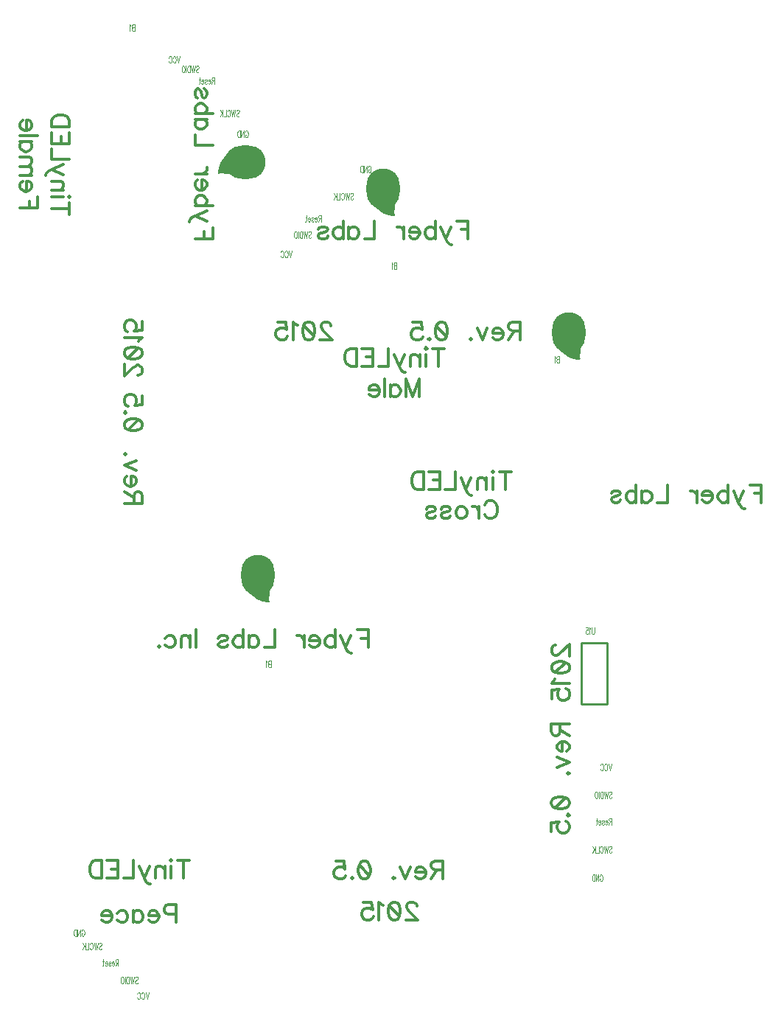
<source format=gbo>
G04 DipTrace 2.4.0.2*
%INfemalemalecrosspeace.gbo*%
%MOMM*%
%ADD10C,0.25*%
%ADD45O,4.663X3.825*%
%ADD54O,3.825X4.663*%
%ADD85C,0.118*%
%ADD86C,0.314*%
%FSLAX53Y53*%
G04*
G71*
G90*
G75*
G01*
%LNBotSilk*%
%LPD*%
X36597Y113160D2*
D10*
G02X39947Y116184I3237J-218D01*
G01*
D45*
X39653Y114397D3*
G36*
X36672Y113110D2*
X38722Y112959D1*
X39297Y115909D1*
X37372Y115010D1*
X36847Y114060D1*
D1*
X36672Y113110D1*
G37*
X56714Y108317D2*
D10*
G02X53689Y111667I218J3237D01*
G01*
D54*
X55476Y111373D3*
G36*
X56764Y108391D2*
X56914Y110441D1*
X53964Y111016D1*
X54864Y109091D1*
X55814Y108566D1*
D1*
X56764Y108391D1*
G37*
X78214Y52185D2*
D10*
X81214D1*
Y59185D1*
X78214D1*
Y52185D1*
X78003Y91804D2*
G02X74979Y95154I218J3237D01*
G01*
D54*
X76766Y94860D3*
G36*
X78053Y91878D2*
X78204Y93929D1*
X75254Y94504D1*
X76153Y92578D1*
X77104Y92053D1*
D1*
X78053Y91878D1*
G37*
X42283Y63958D2*
D10*
G02X39259Y67308I218J3237D01*
G01*
D54*
X41046Y67014D3*
G36*
X42333Y64032D2*
X42484Y66082D1*
X39534Y66657D1*
X40433Y64732D1*
X41383Y64207D1*
D1*
X42333Y64032D1*
G37*
X26897Y130213D2*
D85*
Y129447D1*
X26700D1*
X26634Y129484D1*
X26613Y129520D1*
X26591Y129593D1*
Y129702D1*
X26613Y129776D1*
X26634Y129812D1*
X26700Y129848D1*
X26634Y129885D1*
X26613Y129921D1*
X26591Y129994D1*
Y130067D1*
X26613Y130139D1*
X26634Y130176D1*
X26700Y130213D1*
X26897D1*
Y129848D2*
X26700D1*
X26450Y130066D2*
X26406Y130103D1*
X26340Y130212D1*
Y129447D1*
X32118Y126554D2*
X31943Y125788D1*
X31768Y126554D1*
X31299Y126372D2*
X31321Y126444D1*
X31365Y126517D1*
X31408Y126554D1*
X31495D1*
X31539Y126517D1*
X31583Y126444D1*
X31605Y126372D1*
X31627Y126262D1*
Y126079D1*
X31605Y125971D1*
X31583Y125897D1*
X31539Y125825D1*
X31495Y125788D1*
X31408D1*
X31365Y125825D1*
X31321Y125897D1*
X31299Y125971D1*
X30830Y126372D2*
X30851Y126444D1*
X30895Y126517D1*
X30939Y126554D1*
X31026D1*
X31070Y126517D1*
X31114Y126444D1*
X31136Y126372D1*
X31158Y126262D1*
Y126079D1*
X31136Y125971D1*
X31114Y125897D1*
X31070Y125825D1*
X31026Y125788D1*
X30939D1*
X30895Y125825D1*
X30851Y125897D1*
X30830Y125971D1*
X33963Y125341D2*
X34006Y125414D1*
X34072Y125450D1*
X34159D1*
X34225Y125414D1*
X34269Y125341D1*
Y125269D1*
X34247Y125195D1*
X34225Y125159D1*
X34182Y125123D1*
X34050Y125050D1*
X34006Y125013D1*
X33984Y124976D1*
X33963Y124904D1*
Y124794D1*
X34006Y124722D1*
X34072Y124685D1*
X34159D1*
X34225Y124722D1*
X34269Y124794D1*
X33822Y125450D2*
X33712Y124685D1*
X33603Y125450D1*
X33494Y124685D1*
X33384Y125450D1*
X33243D2*
Y124685D1*
X33090D1*
X33024Y124722D1*
X32980Y124794D1*
X32958Y124868D1*
X32936Y124976D1*
Y125159D1*
X32958Y125269D1*
X32980Y125341D1*
X33024Y125414D1*
X33090Y125450D1*
X33243D1*
X32795D2*
Y124685D1*
X32523Y125450D2*
X32567Y125414D1*
X32610Y125341D1*
X32632Y125269D1*
X32654Y125159D1*
Y124976D1*
X32632Y124868D1*
X32610Y124794D1*
X32567Y124722D1*
X32523Y124685D1*
X32435D1*
X32392Y124722D1*
X32348Y124794D1*
X32326Y124868D1*
X32304Y124976D1*
Y125159D1*
X32326Y125269D1*
X32348Y125341D1*
X32392Y125414D1*
X32435Y125450D1*
X32523D1*
X36059Y123785D2*
X35863D1*
X35797Y123822D1*
X35775Y123858D1*
X35753Y123931D1*
Y124004D1*
X35775Y124077D1*
X35797Y124114D1*
X35863Y124150D1*
X36059D1*
Y123384D1*
X35906Y123785D2*
X35753Y123384D1*
X35612Y123676D2*
X35350D1*
Y123749D1*
X35371Y123822D1*
X35393Y123858D1*
X35437Y123895D1*
X35503D1*
X35546Y123858D1*
X35590Y123785D1*
X35612Y123676D1*
Y123603D1*
X35590Y123494D1*
X35546Y123421D1*
X35503Y123384D1*
X35437D1*
X35393Y123421D1*
X35350Y123494D1*
X34968Y123785D2*
X34990Y123858D1*
X35055Y123895D1*
X35121D1*
X35187Y123858D1*
X35208Y123785D1*
X35187Y123713D1*
X35143Y123676D1*
X35034Y123639D1*
X34990Y123603D1*
X34968Y123530D1*
Y123494D1*
X34990Y123421D1*
X35055Y123384D1*
X35121D1*
X35187Y123421D1*
X35208Y123494D1*
X34827Y123676D2*
X34564D1*
Y123749D1*
X34586Y123822D1*
X34608Y123858D1*
X34652Y123895D1*
X34718D1*
X34761Y123858D1*
X34805Y123785D1*
X34827Y123676D1*
Y123603D1*
X34805Y123494D1*
X34761Y123421D1*
X34718Y123384D1*
X34652D1*
X34608Y123421D1*
X34564Y123494D1*
X34358Y124150D2*
Y123530D1*
X34336Y123421D1*
X34292Y123384D1*
X34248D1*
X34423Y123895D2*
X34270D1*
X38602Y120281D2*
X38646Y120354D1*
X38711Y120390D1*
X38799D1*
X38865Y120354D1*
X38909Y120281D1*
Y120208D1*
X38886Y120135D1*
X38865Y120099D1*
X38821Y120063D1*
X38690Y119989D1*
X38646Y119953D1*
X38624Y119916D1*
X38602Y119844D1*
Y119734D1*
X38646Y119662D1*
X38711Y119625D1*
X38799D1*
X38865Y119662D1*
X38909Y119734D1*
X38461Y120390D2*
X38351Y119625D1*
X38242Y120390D1*
X38133Y119625D1*
X38023Y120390D1*
X37554Y120208D2*
X37576Y120281D1*
X37620Y120354D1*
X37663Y120390D1*
X37751D1*
X37795Y120354D1*
X37838Y120281D1*
X37861Y120208D1*
X37882Y120099D1*
Y119916D1*
X37861Y119807D1*
X37838Y119734D1*
X37795Y119662D1*
X37751Y119625D1*
X37663D1*
X37620Y119662D1*
X37576Y119734D1*
X37554Y119807D1*
X37413Y120390D2*
Y119625D1*
X37151D1*
X37010Y120390D2*
Y119625D1*
X36703Y120390D2*
X37010Y119880D1*
X36900Y120063D2*
X36703Y119625D1*
X39592Y117832D2*
X39614Y117904D1*
X39658Y117978D1*
X39701Y118014D1*
X39789D1*
X39832Y117978D1*
X39876Y117904D1*
X39898Y117832D1*
X39920Y117722D1*
Y117540D1*
X39898Y117431D1*
X39876Y117358D1*
X39832Y117285D1*
X39789Y117248D1*
X39701D1*
X39658Y117285D1*
X39614Y117358D1*
X39592Y117431D1*
Y117540D1*
X39701D1*
X39144Y118014D2*
Y117248D1*
X39451Y118014D1*
Y117248D1*
X39003Y118014D2*
Y117248D1*
X38850D1*
X38784Y117285D1*
X38741Y117358D1*
X38719Y117431D1*
X38697Y117540D1*
Y117722D1*
X38719Y117832D1*
X38741Y117904D1*
X38784Y117978D1*
X38850Y118014D1*
X39003D1*
X56995Y102888D2*
Y102123D1*
X56798D1*
X56732Y102160D1*
X56710Y102196D1*
X56689Y102268D1*
Y102378D1*
X56710Y102451D1*
X56732Y102487D1*
X56798Y102524D1*
X56732Y102561D1*
X56710Y102597D1*
X56689Y102669D1*
Y102743D1*
X56710Y102815D1*
X56732Y102852D1*
X56798Y102888D1*
X56995D1*
Y102524D2*
X56798D1*
X56548Y102742D2*
X56504Y102779D1*
X56438Y102887D1*
Y102123D1*
X44983Y104226D2*
X44808Y103461D1*
X44633Y104226D1*
X44164Y104044D2*
X44185Y104117D1*
X44229Y104190D1*
X44273Y104226D1*
X44360D1*
X44404Y104190D1*
X44448Y104117D1*
X44470Y104044D1*
X44492Y103935D1*
Y103752D1*
X44470Y103643D1*
X44448Y103570D1*
X44404Y103498D1*
X44360Y103461D1*
X44273D1*
X44229Y103498D1*
X44185Y103570D1*
X44164Y103643D1*
X43694Y104044D2*
X43716Y104117D1*
X43760Y104190D1*
X43804Y104226D1*
X43891D1*
X43935Y104190D1*
X43978Y104117D1*
X44001Y104044D1*
X44022Y103935D1*
Y103752D1*
X44001Y103643D1*
X43978Y103570D1*
X43935Y103498D1*
X43891Y103461D1*
X43804D1*
X43760Y103498D1*
X43716Y103570D1*
X43694Y103643D1*
X46879Y106347D2*
X46923Y106420D1*
X46988Y106456D1*
X47076D1*
X47141Y106420D1*
X47185Y106347D1*
Y106274D1*
X47163Y106201D1*
X47141Y106165D1*
X47098Y106129D1*
X46967Y106055D1*
X46923Y106019D1*
X46901Y105982D1*
X46879Y105910D1*
Y105800D1*
X46923Y105728D1*
X46988Y105691D1*
X47076D1*
X47141Y105728D1*
X47185Y105800D1*
X46738Y106456D2*
X46628Y105691D1*
X46519Y106456D1*
X46410Y105691D1*
X46300Y106456D1*
X46159D2*
Y105691D1*
X46006D1*
X45940Y105728D1*
X45896Y105800D1*
X45875Y105873D1*
X45853Y105982D1*
Y106165D1*
X45875Y106274D1*
X45896Y106347D1*
X45940Y106420D1*
X46006Y106456D1*
X46159D1*
X45712D2*
Y105691D1*
X45439Y106456D2*
X45483Y106420D1*
X45527Y106347D1*
X45549Y106274D1*
X45570Y106165D1*
Y105982D1*
X45549Y105873D1*
X45527Y105800D1*
X45483Y105728D1*
X45439Y105691D1*
X45352D1*
X45308Y105728D1*
X45264Y105800D1*
X45242Y105873D1*
X45221Y105982D1*
Y106165D1*
X45242Y106274D1*
X45264Y106347D1*
X45308Y106420D1*
X45352Y106456D1*
X45439D1*
X48322Y107961D2*
X48125D1*
X48059Y107998D1*
X48037Y108034D1*
X48015Y108106D1*
Y108180D1*
X48037Y108252D1*
X48059Y108289D1*
X48125Y108325D1*
X48322D1*
Y107560D1*
X48169Y107961D2*
X48015Y107560D1*
X47874Y107851D2*
X47612D1*
Y107924D1*
X47634Y107998D1*
X47655Y108034D1*
X47699Y108070D1*
X47765D1*
X47809Y108034D1*
X47852Y107961D1*
X47874Y107851D1*
Y107779D1*
X47852Y107669D1*
X47809Y107597D1*
X47765Y107560D1*
X47699D1*
X47655Y107597D1*
X47612Y107669D1*
X47230Y107961D2*
X47252Y108034D1*
X47318Y108070D1*
X47383D1*
X47449Y108034D1*
X47471Y107961D1*
X47449Y107888D1*
X47405Y107851D1*
X47296Y107815D1*
X47252Y107779D1*
X47230Y107705D1*
Y107669D1*
X47252Y107597D1*
X47318Y107560D1*
X47383D1*
X47449Y107597D1*
X47471Y107669D1*
X47089Y107851D2*
X46827D1*
Y107924D1*
X46848Y107998D1*
X46870Y108034D1*
X46914Y108070D1*
X46980D1*
X47023Y108034D1*
X47067Y107961D1*
X47089Y107851D1*
Y107779D1*
X47067Y107669D1*
X47023Y107597D1*
X46980Y107560D1*
X46914D1*
X46870Y107597D1*
X46827Y107669D1*
X46620Y108325D2*
Y107705D1*
X46598Y107597D1*
X46554Y107560D1*
X46511D1*
X46686Y108070D2*
X46532D1*
X51687Y110752D2*
X51730Y110825D1*
X51796Y110862D1*
X51883D1*
X51949Y110825D1*
X51993Y110752D1*
Y110680D1*
X51971Y110606D1*
X51949Y110570D1*
X51905Y110534D1*
X51774Y110461D1*
X51730Y110424D1*
X51708Y110387D1*
X51687Y110315D1*
Y110205D1*
X51730Y110133D1*
X51796Y110096D1*
X51883D1*
X51949Y110133D1*
X51993Y110205D1*
X51545Y110862D2*
X51436Y110096D1*
X51327Y110862D1*
X51217Y110096D1*
X51108Y110862D1*
X50639Y110680D2*
X50660Y110752D1*
X50704Y110825D1*
X50748Y110862D1*
X50835D1*
X50879Y110825D1*
X50923Y110752D1*
X50945Y110680D1*
X50967Y110570D1*
Y110387D1*
X50945Y110279D1*
X50923Y110205D1*
X50879Y110133D1*
X50835Y110096D1*
X50748D1*
X50704Y110133D1*
X50660Y110205D1*
X50639Y110279D1*
X50497Y110862D2*
Y110096D1*
X50235D1*
X50094Y110862D2*
Y110096D1*
X49788Y110862D2*
X50094Y110351D1*
X49985Y110534D2*
X49788Y110096D1*
X53721Y113802D2*
X53743Y113875D1*
X53787Y113948D1*
X53830Y113984D1*
X53917D1*
X53961Y113948D1*
X54005Y113875D1*
X54027Y113802D1*
X54049Y113693D1*
Y113510D1*
X54027Y113402D1*
X54005Y113328D1*
X53961Y113256D1*
X53917Y113219D1*
X53830D1*
X53787Y113256D1*
X53743Y113328D1*
X53721Y113402D1*
Y113510D1*
X53830D1*
X53273Y113984D2*
Y113219D1*
X53580Y113984D1*
Y113219D1*
X53132Y113984D2*
Y113219D1*
X52979D1*
X52913Y113256D1*
X52869Y113328D1*
X52848Y113402D1*
X52826Y113510D1*
Y113693D1*
X52848Y113802D1*
X52869Y113875D1*
X52913Y113948D1*
X52979Y113984D1*
X53132D1*
X75696Y92120D2*
Y91354D1*
X75499D1*
X75433Y91391D1*
X75412Y91428D1*
X75390Y91500D1*
Y91609D1*
X75412Y91683D1*
X75433Y91719D1*
X75499Y91755D1*
X75433Y91792D1*
X75412Y91828D1*
X75390Y91901D1*
Y91974D1*
X75412Y92047D1*
X75433Y92084D1*
X75499Y92120D1*
X75696D1*
Y91755D2*
X75499D1*
X75249Y91973D2*
X75205Y92010D1*
X75139Y92119D1*
Y91354D1*
X79716Y60951D2*
Y60404D1*
X79695Y60294D1*
X79651Y60222D1*
X79585Y60185D1*
X79542D1*
X79476Y60222D1*
X79432Y60294D1*
X79410Y60404D1*
Y60951D1*
X79269Y60804D2*
X79225Y60841D1*
X79159Y60950D1*
Y60185D1*
X78756Y60950D2*
X78974D1*
X78996Y60622D1*
X78974Y60658D1*
X78908Y60695D1*
X78843D1*
X78778Y60658D1*
X78734Y60586D1*
X78712Y60476D1*
Y60404D1*
X78734Y60294D1*
X78778Y60221D1*
X78843Y60185D1*
X78908D1*
X78974Y60221D1*
X78996Y60258D1*
X79018Y60331D1*
X81701Y45308D2*
X81526Y44543D1*
X81351Y45308D1*
X80882Y45126D2*
X80904Y45199D1*
X80948Y45272D1*
X80991Y45308D1*
X81079D1*
X81123Y45272D1*
X81166Y45199D1*
X81188Y45126D1*
X81210Y45017D1*
Y44834D1*
X81188Y44725D1*
X81166Y44652D1*
X81123Y44580D1*
X81079Y44543D1*
X80991D1*
X80948Y44580D1*
X80904Y44652D1*
X80882Y44725D1*
X80413Y45126D2*
X80435Y45199D1*
X80478Y45272D1*
X80522Y45308D1*
X80609D1*
X80653Y45272D1*
X80697Y45199D1*
X80719Y45126D1*
X80741Y45017D1*
Y44834D1*
X80719Y44725D1*
X80697Y44652D1*
X80653Y44580D1*
X80609Y44543D1*
X80522D1*
X80478Y44580D1*
X80435Y44652D1*
X80413Y44725D1*
X81418Y42021D2*
X81462Y42095D1*
X81528Y42131D1*
X81615D1*
X81681Y42095D1*
X81725Y42021D1*
Y41949D1*
X81702Y41876D1*
X81681Y41839D1*
X81637Y41803D1*
X81506Y41730D1*
X81462Y41694D1*
X81440Y41657D1*
X81418Y41584D1*
Y41475D1*
X81462Y41402D1*
X81528Y41365D1*
X81615D1*
X81681Y41402D1*
X81725Y41475D1*
X81277Y42131D2*
X81168Y41365D1*
X81058Y42131D1*
X80949Y41365D1*
X80840Y42131D1*
X80698D2*
Y41365D1*
X80545D1*
X80480Y41402D1*
X80436Y41475D1*
X80414Y41548D1*
X80392Y41657D1*
Y41839D1*
X80414Y41949D1*
X80436Y42021D1*
X80480Y42095D1*
X80545Y42131D1*
X80698D1*
X80251D2*
Y41365D1*
X79978Y42131D2*
X80022Y42095D1*
X80066Y42021D1*
X80088Y41949D1*
X80110Y41839D1*
Y41657D1*
X80088Y41548D1*
X80066Y41475D1*
X80022Y41402D1*
X79978Y41365D1*
X79891D1*
X79847Y41402D1*
X79804Y41475D1*
X79782Y41548D1*
X79760Y41657D1*
Y41839D1*
X79782Y41949D1*
X79804Y42021D1*
X79847Y42095D1*
X79891Y42131D1*
X79978D1*
X81696Y38711D2*
X81500D1*
X81434Y38748D1*
X81412Y38784D1*
X81390Y38857D1*
Y38930D1*
X81412Y39002D1*
X81434Y39040D1*
X81500Y39076D1*
X81696D1*
Y38310D1*
X81543Y38711D2*
X81390Y38310D1*
X81249Y38602D2*
X80987D1*
Y38675D1*
X81008Y38748D1*
X81030Y38784D1*
X81074Y38821D1*
X81140D1*
X81183Y38784D1*
X81227Y38711D1*
X81249Y38602D1*
Y38529D1*
X81227Y38420D1*
X81183Y38347D1*
X81140Y38310D1*
X81074D1*
X81030Y38347D1*
X80987Y38420D1*
X80605Y38711D2*
X80627Y38784D1*
X80692Y38821D1*
X80758D1*
X80824Y38784D1*
X80845Y38711D1*
X80824Y38639D1*
X80780Y38602D1*
X80670Y38565D1*
X80627Y38529D1*
X80605Y38456D1*
Y38420D1*
X80627Y38347D1*
X80692Y38310D1*
X80758D1*
X80824Y38347D1*
X80845Y38420D1*
X80464Y38602D2*
X80201D1*
Y38675D1*
X80223Y38748D1*
X80245Y38784D1*
X80289Y38821D1*
X80354D1*
X80398Y38784D1*
X80442Y38711D1*
X80464Y38602D1*
Y38529D1*
X80442Y38420D1*
X80398Y38347D1*
X80354Y38310D1*
X80289D1*
X80245Y38347D1*
X80201Y38420D1*
X79994Y39076D2*
Y38456D1*
X79973Y38347D1*
X79929Y38310D1*
X79885D1*
X80060Y38821D2*
X79907D1*
X81414Y35749D2*
X81458Y35822D1*
X81523Y35858D1*
X81611D1*
X81676Y35822D1*
X81720Y35749D1*
Y35676D1*
X81698Y35603D1*
X81676Y35567D1*
X81633Y35531D1*
X81501Y35457D1*
X81458Y35421D1*
X81436Y35384D1*
X81414Y35312D1*
Y35202D1*
X81458Y35130D1*
X81523Y35093D1*
X81611D1*
X81676Y35130D1*
X81720Y35202D1*
X81273Y35858D2*
X81163Y35093D1*
X81054Y35858D1*
X80945Y35093D1*
X80835Y35858D1*
X80366Y35676D2*
X80388Y35749D1*
X80432Y35822D1*
X80475Y35858D1*
X80563D1*
X80607Y35822D1*
X80650Y35749D1*
X80672Y35676D1*
X80694Y35567D1*
Y35384D1*
X80672Y35275D1*
X80650Y35202D1*
X80607Y35130D1*
X80563Y35093D1*
X80475D1*
X80432Y35130D1*
X80388Y35202D1*
X80366Y35275D1*
X80225Y35858D2*
Y35093D1*
X79963D1*
X79821Y35858D2*
Y35093D1*
X79515Y35858D2*
X79821Y35348D1*
X79712Y35531D2*
X79515Y35093D1*
X80353Y32388D2*
X80375Y32460D1*
X80419Y32534D1*
X80462Y32570D1*
X80550D1*
X80594Y32534D1*
X80637Y32460D1*
X80659Y32388D1*
X80681Y32279D1*
Y32096D1*
X80659Y31987D1*
X80637Y31914D1*
X80594Y31841D1*
X80550Y31804D1*
X80462D1*
X80419Y31841D1*
X80375Y31914D1*
X80353Y31987D1*
Y32096D1*
X80462D1*
X79906Y32570D2*
Y31804D1*
X80212Y32570D1*
Y31804D1*
X79765Y32570D2*
Y31804D1*
X79611D1*
X79546Y31841D1*
X79502Y31914D1*
X79480Y31987D1*
X79458Y32096D1*
Y32279D1*
X79480Y32388D1*
X79502Y32460D1*
X79546Y32534D1*
X79611Y32570D1*
X79765D1*
X42562Y57140D2*
Y56374D1*
X42365D1*
X42299Y56412D1*
X42277Y56448D1*
X42256Y56520D1*
Y56630D1*
X42277Y56703D1*
X42299Y56739D1*
X42365Y56775D1*
X42299Y56812D1*
X42277Y56849D1*
X42256Y56921D1*
Y56994D1*
X42277Y57067D1*
X42299Y57104D1*
X42365Y57140D1*
X42562D1*
Y56775D2*
X42365D1*
X42114Y56994D2*
X42071Y57031D1*
X42005Y57139D1*
Y56374D1*
X28499Y19046D2*
X28325Y18281D1*
X28150Y19046D1*
X27681Y18864D2*
X27702Y18937D1*
X27746Y19010D1*
X27790Y19046D1*
X27877D1*
X27921Y19010D1*
X27965Y18937D1*
X27987Y18864D1*
X28009Y18755D1*
Y18572D1*
X27987Y18463D1*
X27965Y18390D1*
X27921Y18318D1*
X27877Y18281D1*
X27790D1*
X27746Y18318D1*
X27702Y18390D1*
X27681Y18463D1*
X27211Y18864D2*
X27233Y18937D1*
X27277Y19010D1*
X27321Y19046D1*
X27408D1*
X27452Y19010D1*
X27495Y18937D1*
X27518Y18864D1*
X27539Y18755D1*
Y18572D1*
X27518Y18463D1*
X27495Y18390D1*
X27452Y18318D1*
X27408Y18281D1*
X27321D1*
X27277Y18318D1*
X27233Y18390D1*
X27211Y18463D1*
X26957Y20728D2*
X27000Y20801D1*
X27066Y20838D1*
X27153D1*
X27219Y20801D1*
X27263Y20728D1*
Y20656D1*
X27241Y20582D1*
X27219Y20546D1*
X27176Y20510D1*
X27044Y20437D1*
X27000Y20401D1*
X26978Y20363D1*
X26957Y20291D1*
Y20182D1*
X27000Y20109D1*
X27066Y20072D1*
X27153D1*
X27219Y20109D1*
X27263Y20182D1*
X26816Y20838D2*
X26706Y20072D1*
X26597Y20838D1*
X26488Y20072D1*
X26378Y20838D1*
X26237D2*
Y20072D1*
X26084D1*
X26018Y20109D1*
X25974Y20182D1*
X25952Y20255D1*
X25930Y20363D1*
Y20546D1*
X25952Y20656D1*
X25974Y20728D1*
X26018Y20801D1*
X26084Y20838D1*
X26237D1*
X25789D2*
Y20072D1*
X25517Y20838D2*
X25561Y20801D1*
X25604Y20728D1*
X25626Y20656D1*
X25648Y20546D1*
Y20363D1*
X25626Y20255D1*
X25604Y20182D1*
X25561Y20109D1*
X25517Y20072D1*
X25429D1*
X25386Y20109D1*
X25342Y20182D1*
X25320Y20255D1*
X25298Y20363D1*
Y20546D1*
X25320Y20656D1*
X25342Y20728D1*
X25386Y20801D1*
X25429Y20838D1*
X25517D1*
X25011Y22468D2*
X24814D1*
X24749Y22505D1*
X24726Y22541D1*
X24705Y22613D1*
Y22687D1*
X24726Y22759D1*
X24749Y22796D1*
X24814Y22832D1*
X25011D1*
Y22067D1*
X24858Y22468D2*
X24705Y22067D1*
X24564Y22358D2*
X24301D1*
Y22431D1*
X24323Y22505D1*
X24345Y22541D1*
X24389Y22577D1*
X24454D1*
X24498Y22541D1*
X24542Y22468D1*
X24564Y22358D1*
Y22286D1*
X24542Y22176D1*
X24498Y22104D1*
X24454Y22067D1*
X24389D1*
X24345Y22104D1*
X24301Y22176D1*
X23920Y22468D2*
X23941Y22541D1*
X24007Y22577D1*
X24073D1*
X24138Y22541D1*
X24160Y22468D1*
X24138Y22395D1*
X24094Y22358D1*
X23985Y22322D1*
X23941Y22286D1*
X23920Y22212D1*
Y22176D1*
X23941Y22104D1*
X24007Y22067D1*
X24073D1*
X24138Y22104D1*
X24160Y22176D1*
X23778Y22358D2*
X23516D1*
Y22431D1*
X23538Y22505D1*
X23560Y22541D1*
X23604Y22577D1*
X23669D1*
X23713Y22541D1*
X23757Y22468D1*
X23778Y22358D1*
Y22286D1*
X23757Y22176D1*
X23713Y22104D1*
X23669Y22067D1*
X23604D1*
X23560Y22104D1*
X23516Y22176D1*
X23309Y22832D2*
Y22212D1*
X23287Y22104D1*
X23244Y22067D1*
X23200D1*
X23375Y22577D2*
X23222D1*
X22805Y24639D2*
X22849Y24713D1*
X22914Y24749D1*
X23002D1*
X23067Y24713D1*
X23111Y24639D1*
Y24567D1*
X23089Y24494D1*
X23067Y24458D1*
X23024Y24421D1*
X22893Y24348D1*
X22849Y24312D1*
X22827Y24275D1*
X22805Y24202D1*
Y24093D1*
X22849Y24020D1*
X22914Y23983D1*
X23002D1*
X23067Y24020D1*
X23111Y24093D1*
X22664Y24749D2*
X22554Y23983D1*
X22445Y24749D1*
X22336Y23983D1*
X22226Y24749D1*
X21757Y24567D2*
X21779Y24639D1*
X21823Y24713D1*
X21866Y24749D1*
X21954D1*
X21998Y24713D1*
X22041Y24639D1*
X22063Y24567D1*
X22085Y24458D1*
Y24275D1*
X22063Y24166D1*
X22041Y24093D1*
X21998Y24020D1*
X21954Y23983D1*
X21866D1*
X21823Y24020D1*
X21779Y24093D1*
X21757Y24166D1*
X21616Y24749D2*
Y23983D1*
X21354D1*
X21212Y24749D2*
Y23983D1*
X20906Y24749D2*
X21212Y24239D1*
X21103Y24421D2*
X20906Y23983D1*
X20794Y26108D2*
X20816Y26181D1*
X20860Y26254D1*
X20903Y26290D1*
X20991D1*
X21035Y26254D1*
X21078Y26181D1*
X21100Y26108D1*
X21122Y25999D1*
Y25816D1*
X21100Y25707D1*
X21078Y25634D1*
X21035Y25561D1*
X20991Y25524D1*
X20903D1*
X20860Y25561D1*
X20816Y25634D1*
X20794Y25707D1*
Y25816D1*
X20903D1*
X20346Y26290D2*
Y25524D1*
X20653Y26290D1*
Y25524D1*
X20205Y26290D2*
Y25524D1*
X20052D1*
X19986Y25561D1*
X19943Y25634D1*
X19921Y25707D1*
X19899Y25816D1*
Y25999D1*
X19921Y26108D1*
X19943Y26181D1*
X19986Y26254D1*
X20052Y26290D1*
X20205D1*
X35865Y106894D2*
D86*
Y105630D1*
X33823D1*
X34892D2*
Y106407D1*
X35184Y107621D2*
X33823Y108202D1*
X33435Y108009D1*
X33239Y107814D1*
X33143Y107621D1*
Y107522D1*
X35184Y108786D2*
X33823Y108202D1*
X35865Y109414D2*
X33823D1*
X34892D2*
X35088Y109609D1*
X35184Y109802D1*
Y110094D1*
X35088Y110288D1*
X34892Y110483D1*
X34600Y110580D1*
X34407D1*
X34115Y110483D1*
X33922Y110288D1*
X33823Y110094D1*
Y109802D1*
X33922Y109609D1*
X34115Y109414D1*
X34600Y111207D2*
Y112373D1*
X34796D1*
X34991Y112276D1*
X35088Y112180D1*
X35184Y111984D1*
Y111692D1*
X35088Y111499D1*
X34892Y111304D1*
X34600Y111207D1*
X34407D1*
X34115Y111304D1*
X33922Y111499D1*
X33823Y111692D1*
Y111984D1*
X33922Y112180D1*
X34115Y112373D1*
X35184Y113000D2*
X33823D1*
X34600D2*
X34892Y113099D1*
X35088Y113292D1*
X35184Y113488D1*
Y113780D1*
X35865Y116382D2*
X33823D1*
Y117548D1*
X35184Y119341D2*
X33823D1*
X34892D2*
X35088Y119148D1*
X35184Y118953D1*
Y118663D1*
X35088Y118467D1*
X34892Y118274D1*
X34600Y118175D1*
X34407D1*
X34115Y118274D1*
X33922Y118467D1*
X33823Y118663D1*
Y118953D1*
X33922Y119148D1*
X34115Y119341D1*
X35865Y119969D2*
X33823D1*
X34892D2*
X35088Y120164D1*
X35184Y120357D1*
Y120649D1*
X35088Y120842D1*
X34892Y121038D1*
X34600Y121134D1*
X34407D1*
X34115Y121038D1*
X33922Y120842D1*
X33823Y120649D1*
Y120357D1*
X33922Y120164D1*
X34115Y119969D1*
X34892Y122831D2*
X35088Y122734D1*
X35184Y122442D1*
Y122150D1*
X35088Y121858D1*
X34892Y121762D1*
X34699Y121858D1*
X34600Y122054D1*
X34504Y122539D1*
X34407Y122734D1*
X34212Y122831D1*
X34115D1*
X33922Y122734D1*
X33823Y122442D1*
Y122150D1*
X33922Y121858D1*
X34115Y121762D1*
X19410Y109036D2*
X17369D1*
X19410Y108355D2*
Y109716D1*
Y110344D2*
X19314Y110440D1*
X19410Y110539D1*
X19509Y110440D1*
X19410Y110344D1*
X18730Y110440D2*
X17369D1*
X18730Y111167D2*
X17369D1*
X18341D2*
X18633Y111459D1*
X18730Y111654D1*
Y111944D1*
X18633Y112139D1*
X18341Y112236D1*
X17369D1*
X18730Y112962D2*
X17369Y113544D1*
X16980Y113351D1*
X16785Y113155D1*
X16688Y112962D1*
Y112863D1*
X18730Y114128D2*
X17369Y113544D1*
X19410Y114755D2*
X17369D1*
Y115921D1*
X19410Y117811D2*
Y116549D1*
X17369D1*
Y117811D1*
X18438Y116549D2*
Y117326D1*
X19410Y118438D2*
X17369D1*
Y119119D1*
X17467Y119411D1*
X17661Y119606D1*
X17856Y119703D1*
X18146Y119800D1*
X18633D1*
X18925Y119703D1*
X19118Y119606D1*
X19314Y119411D1*
X19410Y119119D1*
Y118438D1*
X26796Y75191D2*
Y76065D1*
X26895Y76357D1*
X26992Y76456D1*
X27185Y76553D1*
X27380D1*
X27574Y76456D1*
X27672Y76357D1*
X27769Y76065D1*
Y75191D1*
X25727D1*
X26796Y75872D2*
X25727Y76553D1*
X26504Y77180D2*
Y78346D1*
X26700D1*
X26895Y78249D1*
X26992Y78153D1*
X27088Y77957D1*
Y77665D1*
X26992Y77472D1*
X26796Y77277D1*
X26504Y77180D1*
X26311D1*
X26019Y77277D1*
X25826Y77472D1*
X25727Y77665D1*
Y77957D1*
X25826Y78153D1*
X26019Y78346D1*
X27088Y78973D2*
X25727Y79557D1*
X27088Y80139D1*
X25923Y80863D2*
X25824Y80767D1*
X25727Y80863D1*
X25824Y80962D1*
X25923Y80863D1*
X27767Y84149D2*
X27670Y83857D1*
X27378Y83661D1*
X26893Y83565D1*
X26601D1*
X26116Y83661D1*
X25824Y83857D1*
X25727Y84149D1*
Y84342D1*
X25824Y84634D1*
X26116Y84827D1*
X26601Y84926D1*
X26893D1*
X27378Y84827D1*
X27670Y84634D1*
X27767Y84342D1*
Y84149D1*
X27378Y84827D2*
X26116Y83661D1*
X25923Y85650D2*
X25824Y85553D1*
X25727Y85650D1*
X25824Y85749D1*
X25923Y85650D1*
X27767Y87542D2*
Y86571D1*
X26893Y86475D1*
X26990Y86571D1*
X27088Y86863D1*
Y87153D1*
X26990Y87445D1*
X26796Y87641D1*
X26504Y87737D1*
X26311D1*
X26019Y87641D1*
X25824Y87445D1*
X25727Y87153D1*
Y86863D1*
X25824Y86571D1*
X25923Y86475D1*
X26116Y86376D1*
X27256Y89913D2*
X27353D1*
X27548Y90009D1*
X27645Y90106D1*
X27742Y90301D1*
Y90690D1*
X27645Y90883D1*
X27548Y90980D1*
X27353Y91079D1*
X27160D1*
X26964Y90980D1*
X26675Y90787D1*
X25702Y89814D1*
Y91175D1*
X27742Y92387D2*
X27645Y92095D1*
X27353Y91899D1*
X26868Y91803D1*
X26576D1*
X26091Y91899D1*
X25799Y92095D1*
X25702Y92387D1*
Y92580D1*
X25799Y92872D1*
X26091Y93065D1*
X26576Y93164D1*
X26868D1*
X27353Y93065D1*
X27645Y92872D1*
X27742Y92580D1*
Y92387D1*
X27353Y93065D2*
X26091Y91899D1*
X27353Y93791D2*
X27452Y93987D1*
X27742Y94279D1*
X25702D1*
X27742Y96072D2*
Y95101D1*
X26868Y95005D1*
X26964Y95101D1*
X27063Y95393D1*
Y95683D1*
X26964Y95975D1*
X26771Y96171D1*
X26479Y96267D1*
X26286D1*
X25994Y96171D1*
X25799Y95975D1*
X25702Y95683D1*
Y95393D1*
X25799Y95101D1*
X25898Y95005D1*
X26091Y94906D1*
X15761Y110424D2*
Y109159D1*
X13720D1*
X14789D2*
Y109936D1*
X14497Y111051D2*
Y112217D1*
X14692D1*
X14888Y112121D1*
X14984Y112024D1*
X15081Y111829D1*
Y111537D1*
X14984Y111343D1*
X14789Y111148D1*
X14497Y111051D1*
X14304D1*
X14012Y111148D1*
X13818Y111343D1*
X13720Y111537D1*
Y111829D1*
X13818Y112024D1*
X14012Y112217D1*
X15081Y112845D2*
X13720D1*
X14692D2*
X14984Y113137D1*
X15081Y113332D1*
Y113622D1*
X14984Y113817D1*
X14692Y113914D1*
X13720D1*
X14692D2*
X14984Y114206D1*
X15081Y114401D1*
Y114691D1*
X14984Y114886D1*
X14692Y114985D1*
X13720D1*
X15081Y116778D2*
X13720D1*
X14789D2*
X14984Y116585D1*
X15081Y116390D1*
Y116100D1*
X14984Y115905D1*
X14789Y115711D1*
X14497Y115613D1*
X14304D1*
X14012Y115711D1*
X13818Y115905D1*
X13720Y116100D1*
Y116390D1*
X13818Y116585D1*
X14012Y116778D1*
X15761Y117406D2*
X13720D1*
X14497Y118033D2*
Y119199D1*
X14692D1*
X14888Y119102D1*
X14984Y119006D1*
X15081Y118810D1*
Y118518D1*
X14984Y118325D1*
X14789Y118130D1*
X14497Y118033D1*
X14304D1*
X14012Y118130D1*
X13818Y118325D1*
X13720Y118518D1*
Y118810D1*
X13818Y119006D1*
X14012Y119199D1*
X63961Y107657D2*
X65226D1*
Y105615D1*
Y106684D2*
X64449D1*
X63235Y106976D2*
X62653Y105615D1*
X62847Y105227D1*
X63042Y105031D1*
X63235Y104935D1*
X63334D1*
X62069Y106976D2*
X62653Y105615D1*
X61442Y107657D2*
Y105615D1*
Y106684D2*
X61247Y106880D1*
X61053Y106976D1*
X60761D1*
X60568Y106880D1*
X60373Y106684D1*
X60276Y106392D1*
Y106199D1*
X60373Y105907D1*
X60568Y105714D1*
X60761Y105615D1*
X61053D1*
X61247Y105714D1*
X61442Y105907D1*
X59649Y106392D2*
X58483D1*
Y106588D1*
X58580Y106783D1*
X58676Y106880D1*
X58872Y106976D1*
X59164D1*
X59357Y106880D1*
X59552Y106684D1*
X59649Y106392D1*
Y106199D1*
X59552Y105907D1*
X59357Y105714D1*
X59164Y105615D1*
X58872D1*
X58676Y105714D1*
X58483Y105907D1*
X57856Y106976D2*
Y105615D1*
Y106392D2*
X57757Y106684D1*
X57564Y106880D1*
X57368Y106976D1*
X57076D1*
X54474Y107657D2*
Y105615D1*
X53308D1*
X51515Y106976D2*
Y105615D1*
Y106684D2*
X51708Y106880D1*
X51903Y106976D1*
X52193D1*
X52388Y106880D1*
X52581Y106684D1*
X52680Y106392D1*
Y106199D1*
X52581Y105907D1*
X52388Y105714D1*
X52193Y105615D1*
X51903D1*
X51708Y105714D1*
X51515Y105907D1*
X50887Y107657D2*
Y105615D1*
Y106684D2*
X50692Y106880D1*
X50499Y106976D1*
X50207D1*
X50013Y106880D1*
X49818Y106684D1*
X49721Y106392D1*
Y106199D1*
X49818Y105907D1*
X50013Y105714D1*
X50207Y105615D1*
X50499D1*
X50692Y105714D1*
X50887Y105907D1*
X48025Y106684D2*
X48121Y106880D1*
X48413Y106976D1*
X48705D1*
X48997Y106880D1*
X49094Y106684D1*
X48997Y106491D1*
X48802Y106392D1*
X48317Y106296D1*
X48121Y106199D1*
X48025Y106004D1*
Y105907D1*
X48121Y105714D1*
X48413Y105615D1*
X48705D1*
X48997Y105714D1*
X49094Y105907D1*
X61807Y93013D2*
Y90971D1*
X62487Y93013D2*
X61126D1*
X60499D2*
X60402Y92916D1*
X60303Y93013D1*
X60402Y93111D1*
X60499Y93013D1*
X60402Y92332D2*
Y90971D1*
X59676Y92332D2*
Y90971D1*
Y91943D2*
X59384Y92235D1*
X59188Y92332D1*
X58899D1*
X58703Y92235D1*
X58607Y91943D1*
Y90971D1*
X57880Y92332D2*
X57299Y90971D1*
X57492Y90582D1*
X57687Y90387D1*
X57880Y90290D1*
X57979D1*
X56715Y92332D2*
X57299Y90971D1*
X56087Y93013D2*
Y90971D1*
X54921D1*
X53032Y93013D2*
X54294D1*
Y90971D1*
X53032D1*
X54294Y92040D2*
X53517D1*
X52404Y93013D2*
Y90971D1*
X51724D1*
X51432Y91070D1*
X51236Y91263D1*
X51140Y91458D1*
X51043Y91748D1*
Y92235D1*
X51140Y92527D1*
X51236Y92721D1*
X51432Y92916D1*
X51724Y93013D1*
X52404D1*
X71211Y95044D2*
X70337D1*
X70045Y95143D1*
X69947Y95240D1*
X69850Y95433D1*
Y95628D1*
X69947Y95821D1*
X70045Y95920D1*
X70337Y96017D1*
X71211D1*
Y93975D1*
X70531Y95044D2*
X69850Y93975D1*
X69223Y94752D2*
X68057D1*
Y94948D1*
X68153Y95143D1*
X68250Y95240D1*
X68445Y95336D1*
X68737D1*
X68931Y95240D1*
X69126Y95044D1*
X69223Y94752D1*
Y94559D1*
X69126Y94267D1*
X68931Y94074D1*
X68737Y93975D1*
X68445D1*
X68250Y94074D1*
X68057Y94267D1*
X67429Y95336D2*
X66845Y93975D1*
X66264Y95336D1*
X65540Y94171D2*
X65636Y94072D1*
X65540Y93975D1*
X65441Y94072D1*
X65540Y94171D1*
X62254Y96015D2*
X62546Y95918D1*
X62742Y95626D1*
X62838Y95141D1*
Y94849D1*
X62742Y94364D1*
X62546Y94072D1*
X62254Y93975D1*
X62061D1*
X61769Y94072D1*
X61576Y94364D1*
X61477Y94849D1*
Y95141D1*
X61576Y95626D1*
X61769Y95918D1*
X62061Y96015D1*
X62254D1*
X61576Y95626D2*
X62742Y94364D1*
X60753Y94171D2*
X60850Y94072D1*
X60753Y93975D1*
X60654Y94072D1*
X60753Y94171D1*
X58861Y96015D2*
X59831D1*
X59928Y95141D1*
X59831Y95237D1*
X59539Y95336D1*
X59250D1*
X58958Y95237D1*
X58762Y95044D1*
X58666Y94752D1*
Y94559D1*
X58762Y94267D1*
X58958Y94072D1*
X59250Y93975D1*
X59539D1*
X59831Y94072D1*
X59928Y94171D1*
X60027Y94364D1*
X49470Y95571D2*
Y95668D1*
X49373Y95863D1*
X49276Y95960D1*
X49081Y96056D1*
X48692D1*
X48499Y95960D1*
X48403Y95863D1*
X48304Y95668D1*
Y95475D1*
X48403Y95279D1*
X48596Y94989D1*
X49568Y94017D1*
X48207D1*
X46996Y96056D2*
X47288Y95960D1*
X47483Y95668D1*
X47580Y95183D1*
Y94891D1*
X47483Y94405D1*
X47288Y94113D1*
X46996Y94017D1*
X46803D1*
X46511Y94113D1*
X46317Y94405D1*
X46219Y94891D1*
Y95183D1*
X46317Y95668D1*
X46511Y95960D1*
X46803Y96056D1*
X46996D1*
X46317Y95668D2*
X47483Y94405D1*
X45591Y95668D2*
X45396Y95767D1*
X45104Y96056D1*
Y94017D1*
X43311Y96056D2*
X44281D1*
X44378Y95183D1*
X44281Y95279D1*
X43989Y95378D1*
X43699D1*
X43407Y95279D1*
X43212Y95086D1*
X43115Y94794D1*
Y94601D1*
X43212Y94309D1*
X43407Y94113D1*
X43699Y94017D1*
X43989D1*
X44281Y94113D1*
X44378Y94212D1*
X44476Y94405D1*
X58079Y87450D2*
Y89492D1*
X58856Y87450D1*
X59633Y89492D1*
Y87450D1*
X56286Y88811D2*
Y87450D1*
Y88519D2*
X56479Y88715D1*
X56674Y88811D1*
X56964D1*
X57159Y88715D1*
X57353Y88519D1*
X57451Y88227D1*
Y88034D1*
X57353Y87742D1*
X57159Y87549D1*
X56964Y87450D1*
X56674D1*
X56479Y87549D1*
X56286Y87742D1*
X55658Y89492D2*
Y87450D1*
X55031Y88227D2*
X53865D1*
Y88423D1*
X53962Y88618D1*
X54058Y88715D1*
X54254Y88811D1*
X54546D1*
X54739Y88715D1*
X54934Y88519D1*
X55031Y88227D1*
Y88034D1*
X54934Y87742D1*
X54739Y87549D1*
X54546Y87450D1*
X54254D1*
X54058Y87549D1*
X53865Y87742D1*
X97609Y77353D2*
X98874D1*
Y75311D1*
Y76380D2*
X98097D1*
X96883Y76672D2*
X96301Y75311D1*
X96494Y74922D1*
X96690Y74727D1*
X96883Y74630D1*
X96982D1*
X95717Y76672D2*
X96301Y75311D1*
X95090Y77353D2*
Y75311D1*
Y76380D2*
X94894Y76575D1*
X94701Y76672D1*
X94409D1*
X94216Y76575D1*
X94021Y76380D1*
X93924Y76088D1*
Y75895D1*
X94021Y75603D1*
X94216Y75410D1*
X94409Y75311D1*
X94701D1*
X94894Y75410D1*
X95090Y75603D1*
X93297Y76088D2*
X92131D1*
Y76283D1*
X92227Y76479D1*
X92324Y76575D1*
X92519Y76672D1*
X92811D1*
X93005Y76575D1*
X93200Y76380D1*
X93297Y76088D1*
Y75895D1*
X93200Y75603D1*
X93005Y75410D1*
X92811Y75311D1*
X92519D1*
X92324Y75410D1*
X92131Y75603D1*
X91503Y76672D2*
Y75311D1*
Y76088D2*
X91405Y76380D1*
X91211Y76575D1*
X91016Y76672D1*
X90724D1*
X88121Y77353D2*
Y75311D1*
X86956D1*
X85162Y76672D2*
Y75311D1*
Y76380D2*
X85356Y76575D1*
X85551Y76672D1*
X85841D1*
X86036Y76575D1*
X86229Y76380D1*
X86328Y76088D1*
Y75895D1*
X86229Y75603D1*
X86036Y75410D1*
X85841Y75311D1*
X85551D1*
X85356Y75410D1*
X85162Y75603D1*
X84535Y77353D2*
Y75311D1*
Y76380D2*
X84340Y76575D1*
X84146Y76672D1*
X83854D1*
X83661Y76575D1*
X83466Y76380D1*
X83369Y76088D1*
Y75895D1*
X83466Y75603D1*
X83661Y75410D1*
X83854Y75311D1*
X84146D1*
X84340Y75410D1*
X84535Y75603D1*
X81673Y76380D2*
X81769Y76575D1*
X82061Y76672D1*
X82353D1*
X82645Y76575D1*
X82742Y76380D1*
X82645Y76187D1*
X82450Y76088D1*
X81965Y75991D1*
X81769Y75895D1*
X81673Y75699D1*
Y75603D1*
X81769Y75410D1*
X82061Y75311D1*
X82353D1*
X82645Y75410D1*
X82742Y75603D1*
X69477Y78843D2*
Y76801D1*
X70158Y78843D2*
X68796D1*
X68169D2*
X68072Y78746D1*
X67974Y78843D1*
X68072Y78942D1*
X68169Y78843D1*
X68072Y78162D2*
Y76801D1*
X67346Y78162D2*
Y76801D1*
Y77774D2*
X67054Y78066D1*
X66859Y78162D1*
X66569D1*
X66374Y78066D1*
X66277Y77774D1*
Y76801D1*
X65551Y78162D2*
X64969Y76801D1*
X65162Y76412D1*
X65358Y76217D1*
X65551Y76120D1*
X65650D1*
X64385Y78162D2*
X64969Y76801D1*
X63757Y78843D2*
Y76801D1*
X62592D1*
X60702Y78843D2*
X61964D1*
Y76801D1*
X60702D1*
X61964Y77870D2*
X61187D1*
X60075Y78843D2*
Y76801D1*
X59394D1*
X59102Y76900D1*
X58907Y77093D1*
X58810Y77288D1*
X58713Y77578D1*
Y78066D1*
X58810Y78358D1*
X58907Y78551D1*
X59102Y78746D1*
X59394Y78843D1*
X60075D1*
X75765Y49873D2*
Y49000D1*
X75666Y48708D1*
X75570Y48609D1*
X75376Y48512D1*
X75181D1*
X74988Y48609D1*
X74889Y48708D1*
X74792Y49000D1*
Y49873D1*
X76834D1*
X75765Y49193D2*
X76834Y48512D1*
X76057Y47885D2*
Y46719D1*
X75862D1*
X75666Y46816D1*
X75570Y46912D1*
X75473Y47108D1*
Y47400D1*
X75570Y47593D1*
X75765Y47788D1*
X76057Y47885D1*
X76250D1*
X76542Y47788D1*
X76735Y47593D1*
X76834Y47400D1*
Y47108D1*
X76735Y46912D1*
X76542Y46719D1*
X75473Y46092D2*
X76834Y45508D1*
X75473Y44926D1*
X76639Y44202D2*
X76738Y44298D1*
X76834Y44202D1*
X76738Y44103D1*
X76639Y44202D1*
X74795Y40916D2*
X74891Y41208D1*
X75183Y41404D1*
X75668Y41500D1*
X75960D1*
X76446Y41404D1*
X76738Y41208D1*
X76834Y40916D1*
Y40723D1*
X76738Y40431D1*
X76446Y40238D1*
X75960Y40139D1*
X75668D1*
X75183Y40238D1*
X74891Y40431D1*
X74795Y40723D1*
Y40916D1*
X75183Y40238D2*
X76446Y41404D1*
X76639Y39415D2*
X76738Y39512D1*
X76834Y39415D1*
X76738Y39316D1*
X76639Y39415D1*
X74795Y37523D2*
Y38493D1*
X75668Y38590D1*
X75572Y38493D1*
X75473Y38201D1*
Y37912D1*
X75572Y37620D1*
X75765Y37424D1*
X76057Y37328D1*
X76250D1*
X76542Y37424D1*
X76738Y37620D1*
X76834Y37912D1*
Y38201D1*
X76738Y38493D1*
X76639Y38590D1*
X76446Y38689D1*
X75290Y58934D2*
X75194D1*
X74998Y58837D1*
X74902Y58740D1*
X74805Y58545D1*
Y58156D1*
X74902Y57963D1*
X74998Y57867D1*
X75194Y57768D1*
X75387D1*
X75582Y57867D1*
X75872Y58060D1*
X76845Y59032D1*
Y57671D1*
X74805Y56460D2*
X74902Y56752D1*
X75194Y56947D1*
X75679Y57044D1*
X75971D1*
X76456Y56947D1*
X76748Y56752D1*
X76845Y56460D1*
Y56267D1*
X76748Y55975D1*
X76456Y55782D1*
X75971Y55683D1*
X75679D1*
X75194Y55782D1*
X74902Y55975D1*
X74805Y56267D1*
Y56460D1*
X75194Y55782D2*
X76456Y56947D1*
X75194Y55055D2*
X75095Y54860D1*
X74805Y54568D1*
X76845D1*
X74805Y52775D2*
Y53745D1*
X75679Y53842D1*
X75582Y53745D1*
X75484Y53453D1*
Y53163D1*
X75582Y52871D1*
X75776Y52676D1*
X76068Y52579D1*
X76261D1*
X76553Y52676D1*
X76748Y52871D1*
X76845Y53163D1*
Y53453D1*
X76748Y53745D1*
X76649Y53842D1*
X76456Y53940D1*
X67111Y75024D2*
X67207Y75217D1*
X67403Y75413D1*
X67596Y75509D1*
X67984D1*
X68180Y75413D1*
X68373Y75217D1*
X68472Y75024D1*
X68568Y74732D1*
Y74245D1*
X68472Y73955D1*
X68373Y73760D1*
X68180Y73567D1*
X67984Y73468D1*
X67596D1*
X67403Y73567D1*
X67207Y73760D1*
X67111Y73955D1*
X66483Y74829D2*
Y73468D1*
Y74245D2*
X66384Y74537D1*
X66191Y74732D1*
X65996Y74829D1*
X65704D1*
X64591D2*
X64784Y74732D1*
X64980Y74537D1*
X65076Y74245D1*
Y74052D1*
X64980Y73760D1*
X64784Y73567D1*
X64591Y73468D1*
X64299D1*
X64104Y73567D1*
X63911Y73760D1*
X63812Y74052D1*
Y74245D1*
X63911Y74537D1*
X64104Y74732D1*
X64299Y74829D1*
X64591D1*
X62115Y74537D2*
X62212Y74732D1*
X62504Y74829D1*
X62796D1*
X63088Y74732D1*
X63184Y74537D1*
X63088Y74344D1*
X62892Y74245D1*
X62407Y74148D1*
X62212Y74052D1*
X62115Y73856D1*
Y73760D1*
X62212Y73567D1*
X62504Y73468D1*
X62796D1*
X63088Y73567D1*
X63184Y73760D1*
X60419Y74537D2*
X60515Y74732D1*
X60807Y74829D1*
X61099D1*
X61391Y74732D1*
X61488Y74537D1*
X61391Y74344D1*
X61196Y74245D1*
X60711Y74148D1*
X60515Y74052D1*
X60419Y73856D1*
Y73760D1*
X60515Y73567D1*
X60807Y73468D1*
X61099D1*
X61391Y73567D1*
X61488Y73760D1*
X52459Y60692D2*
X53724D1*
Y58650D1*
Y59719D2*
X52946D1*
X51733Y60011D2*
X51151Y58650D1*
X51344Y58262D1*
X51539Y58066D1*
X51733Y57970D1*
X51831D1*
X50567Y60011D2*
X51151Y58650D1*
X49939Y60692D2*
Y58650D1*
Y59719D2*
X49744Y59915D1*
X49551Y60011D1*
X49259D1*
X49066Y59915D1*
X48870Y59719D1*
X48774Y59427D1*
Y59234D1*
X48870Y58942D1*
X49066Y58749D1*
X49259Y58650D1*
X49551D1*
X49744Y58749D1*
X49939Y58942D1*
X48146Y59427D2*
X46980D1*
Y59623D1*
X47077Y59818D1*
X47174Y59915D1*
X47369Y60011D1*
X47661D1*
X47854Y59915D1*
X48050Y59719D1*
X48146Y59427D1*
Y59234D1*
X48050Y58942D1*
X47854Y58749D1*
X47661Y58650D1*
X47369D1*
X47174Y58749D1*
X46980Y58942D1*
X46353Y60011D2*
Y58650D1*
Y59427D2*
X46254Y59719D1*
X46061Y59915D1*
X45866Y60011D1*
X45574D1*
X42971Y60692D2*
Y58650D1*
X41805D1*
X40012Y60011D2*
Y58650D1*
Y59719D2*
X40205Y59915D1*
X40401Y60011D1*
X40690D1*
X40886Y59915D1*
X41079Y59719D1*
X41178Y59427D1*
Y59234D1*
X41079Y58942D1*
X40886Y58749D1*
X40690Y58650D1*
X40401D1*
X40205Y58749D1*
X40012Y58942D1*
X39385Y60692D2*
Y58650D1*
Y59719D2*
X39189Y59915D1*
X38996Y60011D1*
X38704D1*
X38511Y59915D1*
X38315Y59719D1*
X38219Y59427D1*
Y59234D1*
X38315Y58942D1*
X38511Y58749D1*
X38704Y58650D1*
X38996D1*
X39189Y58749D1*
X39385Y58942D1*
X36522Y59719D2*
X36619Y59915D1*
X36911Y60011D1*
X37203D1*
X37495Y59915D1*
X37591Y59719D1*
X37495Y59526D1*
X37299Y59427D1*
X36814Y59331D1*
X36619Y59234D1*
X36522Y59039D1*
Y58942D1*
X36619Y58749D1*
X36911Y58650D1*
X37203D1*
X37495Y58749D1*
X37591Y58942D1*
X33920Y60692D2*
Y58650D1*
X33292Y60011D2*
Y58650D1*
Y59623D2*
X33000Y59915D1*
X32805Y60011D1*
X32515D1*
X32320Y59915D1*
X32223Y59623D1*
Y58650D1*
X30428Y59719D2*
X30623Y59915D1*
X30818Y60011D1*
X31108D1*
X31304Y59915D1*
X31497Y59719D1*
X31596Y59427D1*
Y59234D1*
X31497Y58942D1*
X31304Y58749D1*
X31108Y58650D1*
X30818D1*
X30623Y58749D1*
X30428Y58942D1*
X29704Y58846D2*
X29800Y58747D1*
X29704Y58650D1*
X29605Y58747D1*
X29704Y58846D1*
X32502Y34190D2*
Y32148D1*
X33183Y34190D2*
X31822D1*
X31194D2*
X31098Y34093D1*
X30999Y34190D1*
X31098Y34289D1*
X31194Y34190D1*
X31098Y33509D2*
Y32148D1*
X30372Y33509D2*
Y32148D1*
Y33121D2*
X30080Y33413D1*
X29884Y33509D1*
X29594D1*
X29399Y33413D1*
X29302Y33121D1*
Y32148D1*
X28576Y33509D2*
X27994Y32148D1*
X28187Y31760D1*
X28383Y31564D1*
X28576Y31468D1*
X28675D1*
X27410Y33509D2*
X27994Y32148D1*
X26783Y34190D2*
Y32148D1*
X25617D1*
X23727Y34190D2*
X24990D1*
Y32148D1*
X23727D1*
X24990Y33217D2*
X24212D1*
X23100Y34190D2*
Y32148D1*
X22419D1*
X22127Y32247D1*
X21932Y32440D1*
X21835Y32636D1*
X21739Y32925D1*
Y33413D1*
X21835Y33705D1*
X21932Y33898D1*
X22127Y34093D1*
X22419Y34190D1*
X23100D1*
X62346Y33143D2*
X61472D1*
X61180Y33242D1*
X61081Y33338D1*
X60984Y33532D1*
Y33727D1*
X61081Y33920D1*
X61180Y34019D1*
X61472Y34116D1*
X62346D1*
Y32074D1*
X61665Y33143D2*
X60984Y32074D1*
X60357Y32851D2*
X59191D1*
Y33046D1*
X59288Y33242D1*
X59384Y33338D1*
X59580Y33435D1*
X59872D1*
X60065Y33338D1*
X60260Y33143D1*
X60357Y32851D1*
Y32658D1*
X60260Y32366D1*
X60065Y32173D1*
X59872Y32074D1*
X59580D1*
X59384Y32173D1*
X59191Y32366D1*
X58564Y33435D2*
X57980Y32074D1*
X57398Y33435D1*
X56674Y32269D2*
X56771Y32170D1*
X56674Y32074D1*
X56575Y32170D1*
X56674Y32269D1*
X53389Y34113D2*
X53681Y34017D1*
X53876Y33725D1*
X53973Y33240D1*
Y32948D1*
X53876Y32462D1*
X53681Y32170D1*
X53389Y32074D1*
X53195D1*
X52903Y32170D1*
X52710Y32462D1*
X52611Y32948D1*
Y33240D1*
X52710Y33725D1*
X52903Y34017D1*
X53195Y34113D1*
X53389D1*
X52710Y33725D2*
X53876Y32462D1*
X51887Y32269D2*
X51984Y32170D1*
X51887Y32074D1*
X51788Y32170D1*
X51887Y32269D1*
X49995Y34113D2*
X50966D1*
X51062Y33240D1*
X50966Y33336D1*
X50674Y33435D1*
X50384D1*
X50092Y33336D1*
X49896Y33143D1*
X49800Y32851D1*
Y32658D1*
X49896Y32366D1*
X50092Y32170D1*
X50384Y32074D1*
X50674D1*
X50966Y32170D1*
X51062Y32269D1*
X51161Y32462D1*
X59318Y28935D2*
Y29032D1*
X59222Y29227D1*
X59125Y29324D1*
X58930Y29421D1*
X58541D1*
X58348Y29324D1*
X58252Y29227D1*
X58153Y29032D1*
Y28839D1*
X58252Y28643D1*
X58445Y28354D1*
X59417Y27381D1*
X58056D1*
X56845Y29421D2*
X57137Y29324D1*
X57332Y29032D1*
X57429Y28547D1*
Y28255D1*
X57332Y27770D1*
X57137Y27478D1*
X56845Y27381D1*
X56651D1*
X56359Y27478D1*
X56166Y27770D1*
X56067Y28255D1*
Y28547D1*
X56166Y29032D1*
X56359Y29324D1*
X56651Y29421D1*
X56845D1*
X56166Y29032D2*
X57332Y27770D1*
X55440Y29032D2*
X55245Y29131D1*
X54953Y29421D1*
Y27381D1*
X53159Y29421D2*
X54130D1*
X54226Y28547D1*
X54130Y28643D1*
X53838Y28742D1*
X53548D1*
X53256Y28643D1*
X53061Y28450D1*
X52964Y28158D1*
Y27965D1*
X53061Y27673D1*
X53256Y27478D1*
X53548Y27381D1*
X53838D1*
X54130Y27478D1*
X54226Y27577D1*
X54325Y27770D1*
X31670Y28046D2*
X30794D1*
X30505Y28143D1*
X30406Y28242D1*
X30309Y28435D1*
Y28727D1*
X30406Y28920D1*
X30505Y29019D1*
X30794Y29115D1*
X31670D1*
Y27074D1*
X29682Y27851D2*
X28516D1*
Y28046D1*
X28613Y28242D1*
X28709Y28338D1*
X28905Y28435D1*
X29197D1*
X29390Y28338D1*
X29585Y28143D1*
X29682Y27851D1*
Y27658D1*
X29585Y27366D1*
X29390Y27173D1*
X29197Y27074D1*
X28905D1*
X28709Y27173D1*
X28516Y27366D1*
X26723Y28435D2*
Y27074D1*
Y28143D2*
X26916Y28338D1*
X27111Y28435D1*
X27401D1*
X27597Y28338D1*
X27790Y28143D1*
X27889Y27851D1*
Y27658D1*
X27790Y27366D1*
X27597Y27173D1*
X27401Y27074D1*
X27111D1*
X26916Y27173D1*
X26723Y27366D1*
X24927Y28143D2*
X25123Y28338D1*
X25318Y28435D1*
X25608D1*
X25803Y28338D1*
X25997Y28143D1*
X26095Y27851D1*
Y27658D1*
X25997Y27366D1*
X25803Y27173D1*
X25608Y27074D1*
X25318D1*
X25123Y27173D1*
X24927Y27366D1*
X24300Y27851D2*
X23134D1*
Y28046D1*
X23231Y28242D1*
X23327Y28338D1*
X23523Y28435D1*
X23815D1*
X24008Y28338D1*
X24203Y28143D1*
X24300Y27851D1*
Y27658D1*
X24203Y27366D1*
X24008Y27173D1*
X23815Y27074D1*
X23523D1*
X23327Y27173D1*
X23134Y27366D1*
M02*

</source>
